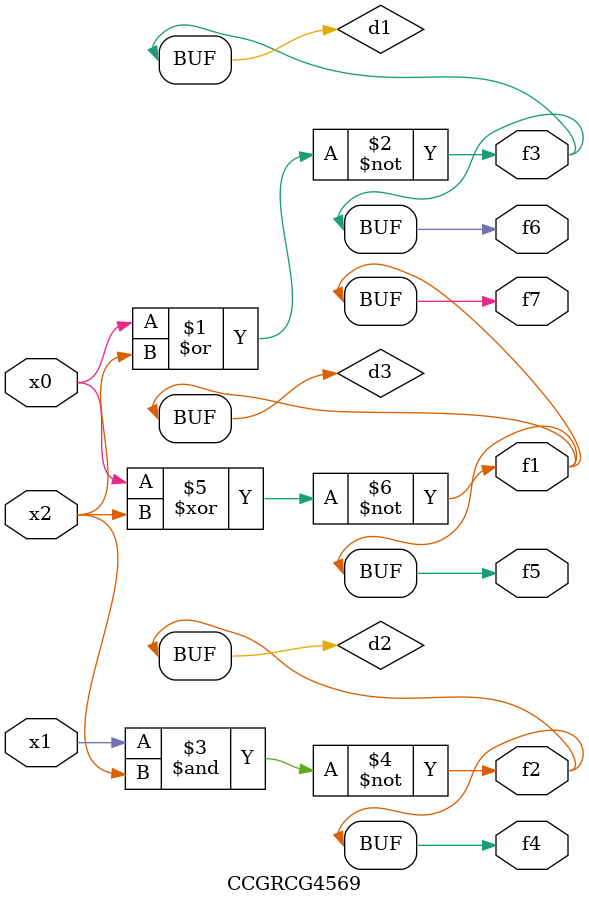
<source format=v>
module CCGRCG4569(
	input x0, x1, x2,
	output f1, f2, f3, f4, f5, f6, f7
);

	wire d1, d2, d3;

	nor (d1, x0, x2);
	nand (d2, x1, x2);
	xnor (d3, x0, x2);
	assign f1 = d3;
	assign f2 = d2;
	assign f3 = d1;
	assign f4 = d2;
	assign f5 = d3;
	assign f6 = d1;
	assign f7 = d3;
endmodule

</source>
